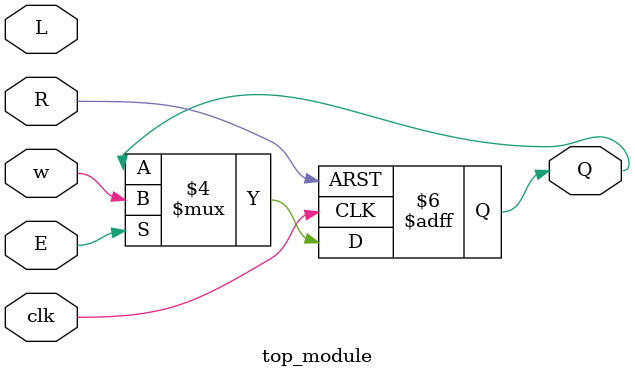
<source format=sv>
module top_module (
	input clk,
	input w,
	input R,
	input E,
	input L,
	output reg Q
);

	always @(posedge clk or posedge R) begin
		if (R) begin
			Q <= 0;
		end else if (E) begin
			if (L) begin
				Q <= w;
			end else begin
				Q <= w;
			end
		end
	end

endmodule

</source>
